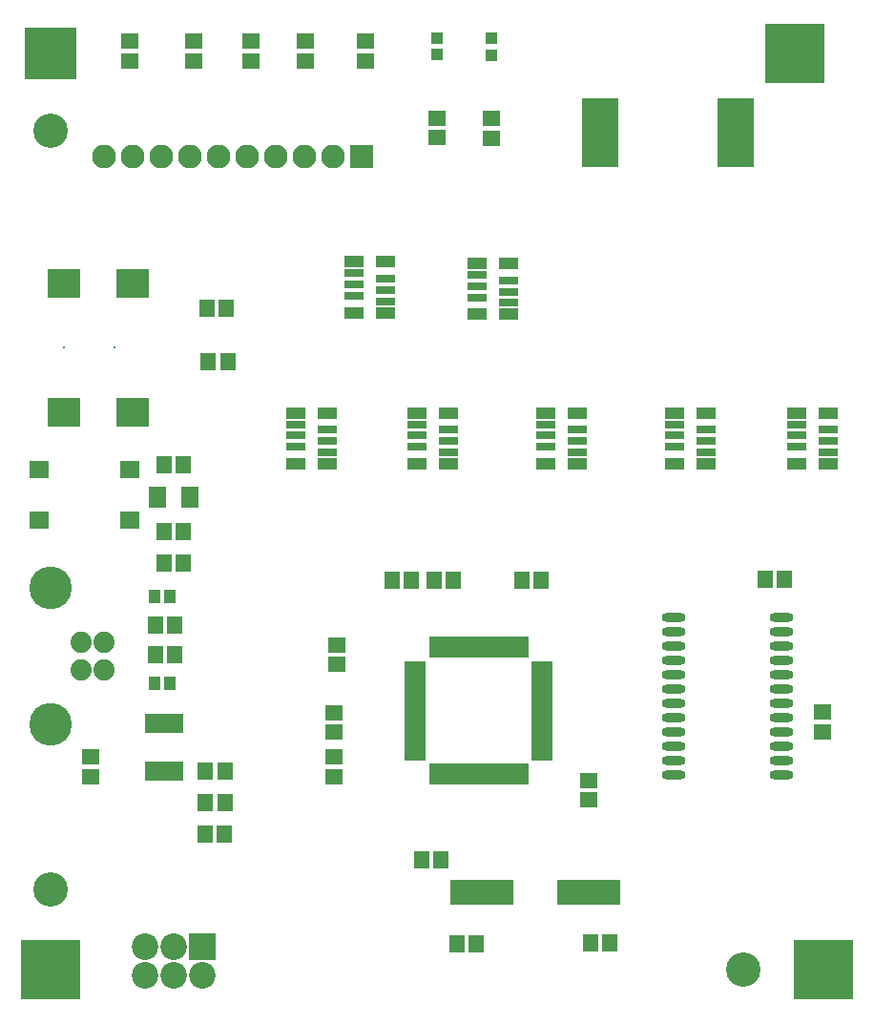
<source format=gts>
%FSDAX24Y24*%
%MOIN*%
%SFA1B1*%

%IPPOS*%
%ADD50R,0.066900X0.003900*%
%ADD51R,0.066900X0.003900*%
%ADD52R,0.077000X0.346000*%
%ADD53R,0.346000X0.077000*%
%ADD54R,0.071000X0.063100*%
%ADD55R,0.039500X0.039500*%
%ADD56R,0.126100X0.244200*%
%ADD57R,0.067100X0.031600*%
%ADD58R,0.067100X0.039500*%
%ADD59R,0.055200X0.063100*%
%ADD60O,0.082800X0.031600*%
%ADD61O,0.076900X0.029700*%
%ADD62O,0.029700X0.076900*%
%ADD63R,0.063100X0.053300*%
%ADD64R,0.053300X0.061200*%
%ADD65R,0.118200X0.102500*%
%ADD66R,0.059200X0.074900*%
%ADD67R,0.053300X0.063100*%
%ADD68R,0.224500X0.086700*%
%ADD69R,0.063100X0.055200*%
%ADD70R,0.063900X0.052500*%
%ADD71R,0.052500X0.063900*%
%ADD72R,0.043400X0.047400*%
%ADD73R,0.134000X0.067100*%
%ADD74C,0.120000*%
%ADD75C,0.074200*%
%ADD76C,0.149000*%
%ADD77R,0.008000X0.008000*%
%ADD78C,0.093000*%
%ADD79R,0.093000X0.093000*%
%ADD80R,0.183000X0.183000*%
%ADD81R,0.208000X0.208000*%
%ADD82C,0.083000*%
%ADD83R,0.083000X0.083000*%
%LNmotherboard-1*%
%LPD*%
G54D50*
X028800Y030733D03*
X037550D03*
X033300D03*
X024300D03*
X020050D03*
X027502Y034617D03*
X023200Y034673D03*
G54D51*
X029902Y029395D03*
X038652D03*
X034402D03*
X025402D03*
X021152D03*
X026400Y035955D03*
X022098Y036011D03*
G54D52*
X024225Y020550D03*
X028675D03*
G54D53*
X026450Y018325D03*
Y022775D03*
G54D54*
X011100Y028972D03*
X014250D03*
Y027200D03*
X011100D03*
G54D55*
X026890Y044040D03*
Y043449D03*
X025000Y044050D03*
Y043459D03*
G54D56*
X035422Y040730D03*
X030698D03*
G54D57*
X029902Y029572D03*
X028800Y029769D03*
X029902Y029966D03*
X028800Y030163D03*
X029902Y030359D03*
X028800Y030556D03*
X038652Y029572D03*
X037550Y029769D03*
X038652Y029966D03*
X037550Y030163D03*
X038652Y030359D03*
X037550Y030556D03*
X033300D03*
X034402Y030359D03*
X033300Y030163D03*
X034402Y029966D03*
X033300Y029769D03*
X034402Y029572D03*
X024300Y030556D03*
X025402Y030359D03*
X024300Y030163D03*
X025402Y029966D03*
X024300Y029769D03*
X025402Y029572D03*
X021152D03*
X020050Y029769D03*
X021152Y029966D03*
X020050Y030163D03*
X021152Y030359D03*
X020050Y030556D03*
X026400Y035778D03*
X027502Y035581D03*
X026400Y035384D03*
X027502Y035187D03*
X026400Y034991D03*
X027502Y034794D03*
X023200Y034850D03*
X022098Y035047D03*
X023200Y035244D03*
X022098Y035441D03*
X023200Y035637D03*
X022098Y035834D03*
G54D58*
X028800Y029178D03*
X029902D03*
Y030950D03*
X028800D03*
X037550Y029178D03*
X038652D03*
Y030950D03*
X037550D03*
X033300D03*
X034402D03*
Y029178D03*
X033300D03*
X024300Y030950D03*
X025402D03*
Y029178D03*
X024300D03*
X020050D03*
X021152D03*
Y030950D03*
X020050D03*
X027502Y036172D03*
X026400D03*
Y034400D03*
X027502D03*
X023200Y034456D03*
X022098D03*
Y036228D03*
X023200D03*
G54D59*
X028619Y025100D03*
X027950D03*
X016135Y026800D03*
X015465D03*
X016135Y025700D03*
X015465D03*
X025700Y012400D03*
X026369D03*
X031035Y012450D03*
X030365D03*
X036465Y025150D03*
X037135D03*
X024465Y015350D03*
X025135D03*
X017569Y016250D03*
X016900D03*
X016915Y017350D03*
X017585D03*
X024900Y025100D03*
X025569D03*
X023431D03*
X024100D03*
G54D60*
X037020Y018300D03*
Y018800D03*
X033280D03*
Y018300D03*
Y023800D03*
Y023300D03*
Y022800D03*
Y022300D03*
Y021800D03*
Y021300D03*
Y020800D03*
Y020300D03*
Y019800D03*
Y019300D03*
X037020Y023800D03*
Y023300D03*
Y022800D03*
Y022300D03*
Y021800D03*
Y021300D03*
Y020800D03*
Y020300D03*
Y019800D03*
Y019300D03*
G54D61*
X024226Y022125D03*
Y021810D03*
Y021495D03*
Y021180D03*
Y020865D03*
Y020550D03*
Y020235D03*
Y019920D03*
Y019605D03*
Y019290D03*
Y018975D03*
X028674D03*
Y019290D03*
Y019605D03*
Y019920D03*
Y020235D03*
Y020550D03*
Y020865D03*
Y021180D03*
Y021495D03*
Y021810D03*
Y022125D03*
G54D62*
X024875Y018326D03*
X025190D03*
X025505D03*
X025820D03*
X026135D03*
X026450D03*
X026765D03*
X027080D03*
X027395D03*
X027710D03*
X028025D03*
Y022774D03*
X027710D03*
X027395D03*
X027080D03*
X026765D03*
X026450D03*
X026135D03*
X025820D03*
X025505D03*
X025190D03*
X024875D03*
G54D63*
X026900Y040556D03*
Y041244D03*
X025000Y040561D03*
Y041250D03*
X022500Y043944D03*
Y043256D03*
X016500D03*
Y043944D03*
X018500Y043256D03*
Y043944D03*
X014250Y043256D03*
Y043944D03*
X038450Y020494D03*
Y019806D03*
X020400Y043256D03*
Y043944D03*
G54D64*
X015844Y022500D03*
Y023550D03*
X015156Y022500D03*
Y023550D03*
G54D65*
X011968Y035472D03*
X014370D03*
X011968Y030984D03*
X014370D03*
G54D66*
X016351Y028000D03*
X015249D03*
G54D67*
X016144Y029150D03*
X015456D03*
X016956Y034600D03*
X017644D03*
X017006Y032750D03*
X017694D03*
G54D68*
X026550Y014200D03*
X030290D03*
G54D69*
X021400Y019815D03*
Y020485D03*
X030300Y018100D03*
Y017431D03*
X021500Y022850D03*
Y022181D03*
G54D70*
X021400Y018950D03*
Y018253D03*
X012900Y018252D03*
Y018948D03*
G54D71*
X017598Y018450D03*
X016902D03*
G54D72*
X015144Y024550D03*
X015656D03*
Y021500D03*
X015144D03*
G54D73*
X015450Y018450D03*
Y020104D03*
G54D74*
X035700Y011500D03*
X011500Y014300D03*
Y040800D03*
G54D75*
X012567Y021969D03*
Y022953D03*
X013354D03*
Y021969D03*
G54D76*
X011500Y024831D03*
Y020091D03*
G54D77*
X011968Y033228D03*
X013740D03*
G54D78*
X014800Y011300D03*
Y012300D03*
X015800Y011300D03*
Y012300D03*
X016800Y011300D03*
G54D79*
X016800Y012300D03*
G54D80*
X011500Y043500D03*
G54D81*
X037500Y043500D03*
X038500Y011500D03*
X011500D03*
G54D82*
X013350Y039900D03*
X014350D03*
X015350D03*
X016350D03*
X017350D03*
X018350D03*
X019350D03*
X020350D03*
X021350D03*
G54D83*
X022350Y039900D03*
M02*
</source>
